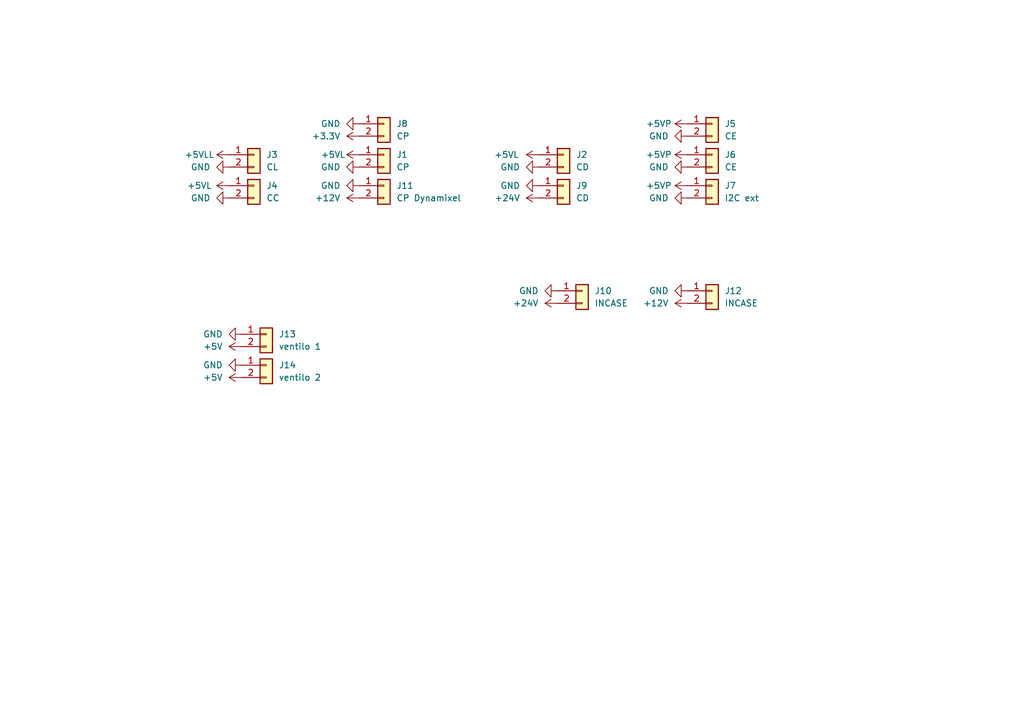
<source format=kicad_sch>
(kicad_sch (version 20250114) (generator "eeschema") (generator_version "9.0")
  (paper "A5")
  (lib_symbols
    (symbol "Connector_Generic:Conn_01x02" (pin_names (offset 1.016) (hide yes))
      (property "Reference" "J" (at 0 2.54 0))
      (property "Value" "Conn_01x02" (at 0 -5.08 0))
      (symbol "Conn_01x02_1_1"
        (rectangle (start -1.27 1.27) (end 1.27 -3.81) (stroke (width 0.254)) (fill (type background)))
        (rectangle (start -1.27 0.127) (end 0 -0.127) (stroke (width 0.1524)))
        (rectangle (start -1.27 -2.413) (end 0 -2.667) (stroke (width 0.1524)))
        (pin passive line (at -5.08 0 0) (length 3.81) (name "Pin_1") (number "1"))
        (pin passive line (at -5.08 -2.54 0) (length 3.81) (name "Pin_2") (number "2"))
      )
    )
    (symbol "power:+12V" (power) (pin_numbers (hide yes)) (pin_names (offset 0) (hide yes))
      (property "Value" "+12V" (at 0 3.556 0))
      (symbol "+12V_0_1"
        (polyline (pts (xy -0.762 1.27) (xy 0 2.54)))
        (polyline (pts (xy 0 2.54) (xy 0.762 1.27)))
        (polyline (pts (xy 0 0) (xy 0 2.54)))
      )
      (symbol "+12V_1_1"
        (pin power_in line (at 0 0 90) (length 0) (name "~") (number "1"))
      )
    )
    (symbol "power:+24V" (power) (pin_numbers (hide yes)) (pin_names (offset 0) (hide yes))
      (property "Value" "+24V" (at 0 3.556 0))
      (symbol "+24V_0_1"
        (polyline (pts (xy -0.762 1.27) (xy 0 2.54)))
        (polyline (pts (xy 0 2.54) (xy 0.762 1.27)))
        (polyline (pts (xy 0 0) (xy 0 2.54)))
      )
      (symbol "+24V_1_1"
        (pin power_in line (at 0 0 90) (length 0) (name "~") (number "1"))
      )
    )
    (symbol "power:+3.3V" (power) (pin_numbers (hide yes)) (pin_names (offset 0) (hide yes))
      (property "Value" "+3.3V" (at 0 3.556 0))
      (symbol "+3.3V_0_1"
        (polyline (pts (xy -0.762 1.27) (xy 0 2.54)))
        (polyline (pts (xy 0 2.54) (xy 0.762 1.27)))
        (polyline (pts (xy 0 0) (xy 0 2.54)))
      )
      (symbol "+3.3V_1_1"
        (pin power_in line (at 0 0 90) (length 0) (name "~") (number "1"))
      )
    )
    (symbol "power:+5V" (power) (pin_numbers (hide yes)) (pin_names (offset 0) (hide yes))
      (property "Value" "+5V" (at 0 3.556 0))
      (symbol "+5V_0_1"
        (polyline (pts (xy -0.762 1.27) (xy 0 2.54)))
        (polyline (pts (xy 0 2.54) (xy 0.762 1.27)))
        (polyline (pts (xy 0 0) (xy 0 2.54)))
      )
      (symbol "+5V_1_1"
        (pin power_in line (at 0 0 90) (length 0) (name "~") (number "1"))
      )
    )
    (symbol "power:GND" (power) (pin_numbers (hide yes)) (pin_names (offset 0) (hide yes))
      (property "Value" "GND" (at 0 -3.81 0))
      (symbol "GND_0_1"
        (polyline (pts (xy 0 0) (xy 0 -1.27) (xy 1.27 -1.27) (xy 0 -2.54) (xy -1.27 -1.27) (xy 0 -1.27)))
      )
      (symbol "GND_1_1"
        (pin power_in line (at 0 0 270) (length 0) (name "~") (number "1"))
      )
    )
  )
  (symbol (lib_id "power:+5V") (at 110.49 31.75 90) (unit 1)
    (property "Reference" "#PWR04" (effects (hide yes)))
    (property "Value" "+5VL" (at 103.886 31.75 90))
    (property "Description" "Power symbol creates a global label with name \"+5V\"" (effects (hide yes)))
  )
  (symbol (lib_id "Connector_Generic:Conn_01x02") (at 54.61 74.93 0) (unit 1)
    (property "Reference" "J14" (at 57.15 74.9299 0) (effects (justify left)))
    (property "Value" "ventilo 2" (at 57.15 77.4699 0) (effects (justify left)))
    (property "Footprint" "Connector_Molex:Molex_KK-254_AE-6410-02A_1x02_P2.54mm_Vertical" (effects (hide yes)))
    (property "Description" "Generic connector, single row, 01x02, script generated (kicad-library-utils/schlib/autogen/connector/)" (effects (hide yes)))
  )
  (symbol (lib_id "power:+5V") (at 140.97 31.75 90) (unit 1)
    (property "Reference" "#PWR049" (effects (hide yes)))
    (property "Value" "+5VP" (at 135.128 31.75 90))
    (property "Description" "Power symbol creates a global label with name \"+5V\"" (effects (hide yes)))
  )
  (symbol (lib_id "power:+5V") (at 49.53 77.47 90) (unit 1)
    (property "Reference" "#PWR028" (effects (hide yes)))
    (property "Value" "+5V" (at 45.72 77.4699 90) (effects (justify left)))
    (property "Description" "Power symbol creates a global label with name \"+5V\"" (effects (hide yes)))
  )
  (symbol (lib_id "Connector_Generic:Conn_01x02") (at 146.05 59.69 0) (unit 1)
    (property "Reference" "J12" (at 148.59 59.6899 0) (effects (justify left)))
    (property "Value" "INCASE" (at 148.59 62.2299 0) (effects (justify left)))
    (property "Footprint" "Connector_AMASS:AMASS_XT60-F_1x02_P7.20mm_Vertical" (effects (hide yes)))
    (property "Description" "Generic connector, single row, 01x02, script generated (kicad-library-utils/schlib/autogen/connector/)" (effects (hide yes)))
  )
  (symbol (lib_id "power:GND") (at 140.97 59.69 270) (unit 1)
    (property "Reference" "#PWR023" (effects (hide yes)))
    (property "Value" "GND" (at 137.16 59.6899 90) (effects (justify right)))
    (property "Description" "Power symbol creates a global label with name \"GND\" , ground" (effects (hide yes)))
  )
  (symbol (lib_id "power:GND") (at 110.49 34.29 270) (unit 1)
    (property "Reference" "#PWR05" (effects (hide yes)))
    (property "Value" "GND" (at 106.68 34.2899 90) (effects (justify right)))
    (property "Description" "Power symbol creates a global label with name \"GND\" , ground" (effects (hide yes)))
  )
  (symbol (lib_id "Connector_Generic:Conn_01x02") (at 78.74 31.75 0) (unit 1)
    (property "Reference" "J1" (at 81.28 31.7499 0) (effects (justify left)))
    (property "Value" "CP" (at 81.28 34.2899 0) (effects (justify left)))
    (property "Footprint" "Connector_Molex:Molex_KK-254_AE-6410-02A_1x02_P2.54mm_Vertical" (effects (hide yes)))
    (property "Description" "Generic connector, single row, 01x02, script generated (kicad-library-utils/schlib/autogen/connector/)" (effects (hide yes)))
  )
  (symbol (lib_id "Connector_Generic:Conn_01x02") (at 78.74 25.4 0) (unit 1)
    (property "Reference" "J8" (at 81.28 25.3999 0) (effects (justify left)))
    (property "Value" "CP" (at 81.28 27.9399 0) (effects (justify left)))
    (property "Footprint" "Connector_AMASS:AMASS_XT60-F_1x02_P7.20mm_Vertical" (effects (hide yes)))
    (property "Description" "Generic connector, single row, 01x02, script generated (kicad-library-utils/schlib/autogen/connector/)" (effects (hide yes)))
  )
  (symbol (lib_id "Connector_Generic:Conn_01x02") (at 115.57 31.75 0) (unit 1)
    (property "Reference" "J2" (at 118.11 31.7499 0) (effects (justify left)))
    (property "Value" "CD" (at 118.11 34.2899 0) (effects (justify left)))
    (property "Footprint" "Connector_Molex:Molex_KK-254_AE-6410-02A_1x02_P2.54mm_Vertical" (effects (hide yes)))
    (property "Description" "Generic connector, single row, 01x02, script generated (kicad-library-utils/schlib/autogen/connector/)" (effects (hide yes)))
  )
  (symbol (lib_id "power:GND") (at 46.99 34.29 270) (unit 1)
    (property "Reference" "#PWR016" (effects (hide yes)))
    (property "Value" "GND" (at 43.18 34.2899 90) (effects (justify right)))
    (property "Description" "Power symbol creates a global label with name \"GND\" , ground" (effects (hide yes)))
  )
  (symbol (lib_id "power:GND") (at 110.49 38.1 270) (unit 1)
    (property "Reference" "#PWR019" (effects (hide yes)))
    (property "Value" "GND" (at 106.68 38.0999 90) (effects (justify right)))
    (property "Description" "Power symbol creates a global label with name \"GND\" , ground" (effects (hide yes)))
  )
  (symbol (lib_id "power:GND") (at 140.97 27.94 270) (unit 1)
    (property "Reference" "#PWR09" (effects (hide yes)))
    (property "Value" "GND" (at 137.16 27.9399 90) (effects (justify right)))
    (property "Description" "Power symbol creates a global label with name \"GND\" , ground" (effects (hide yes)))
  )
  (symbol (lib_id "Connector_Generic:Conn_01x02") (at 146.05 38.1 0) (unit 1)
    (property "Reference" "J7" (at 148.59 38.0999 0) (effects (justify left)))
    (property "Value" "I2C ext" (at 148.59 40.6399 0) (effects (justify left)))
    (property "Footprint" "Connector_Molex:Molex_KK-254_AE-6410-02A_1x02_P2.54mm_Vertical" (effects (hide yes)))
    (property "Description" "Generic connector, single row, 01x02, script generated (kicad-library-utils/schlib/autogen/connector/)" (effects (hide yes)))
  )
  (symbol (lib_id "Connector_Generic:Conn_01x02") (at 115.57 38.1 0) (unit 1)
    (property "Reference" "J9" (at 118.11 38.0999 0) (effects (justify left)))
    (property "Value" "CD" (at 118.11 40.6399 0) (effects (justify left)))
    (property "Footprint" "Connector_AMASS:AMASS_XT60-F_1x02_P7.20mm_Vertical" (effects (hide yes)))
    (property "Description" "Generic connector, single row, 01x02, script generated (kicad-library-utils/schlib/autogen/connector/)" (effects (hide yes)))
  )
  (symbol (lib_id "power:+24V") (at 110.49 40.64 90) (unit 1)
    (property "Reference" "#PWR020" (effects (hide yes)))
    (property "Value" "+24V" (at 106.68 40.6399 90) (effects (justify left)))
    (property "Description" "Power symbol creates a global label with name \"+24V\"" (effects (hide yes)))
  )
  (symbol (lib_id "power:+5V") (at 46.99 38.1 90) (unit 1)
    (property "Reference" "#PWR06" (effects (hide yes)))
    (property "Value" "+5VL" (at 40.894 38.1 90))
    (property "Description" "Power symbol creates a global label with name \"+5V\"" (effects (hide yes)))
  )
  (symbol (lib_id "power:+12V") (at 140.97 62.23 90) (unit 1)
    (property "Reference" "#PWR024" (effects (hide yes)))
    (property "Value" "+12V" (at 137.16 62.2299 90) (effects (justify left)))
    (property "Description" "Power symbol creates a global label with name \"+12V\"" (effects (hide yes)))
  )
  (symbol (lib_id "power:GND") (at 46.99 40.64 270) (unit 1)
    (property "Reference" "#PWR07" (effects (hide yes)))
    (property "Value" "GND" (at 43.18 40.6399 90) (effects (justify right)))
    (property "Description" "Power symbol creates a global label with name \"GND\" , ground" (effects (hide yes)))
  )
  (symbol (lib_id "Connector_Generic:Conn_01x02") (at 78.74 38.1 0) (unit 1)
    (property "Reference" "J11" (at 81.28 38.0999 0) (effects (justify left)))
    (property "Value" "CP Dynamixel" (at 81.28 40.6399 0) (effects (justify left)))
    (property "Footprint" "Connector_AMASS:AMASS_XT60-F_1x02_P7.20mm_Vertical" (effects (hide yes)))
    (property "Description" "Generic connector, single row, 01x02, script generated (kicad-library-utils/schlib/autogen/connector/)" (effects (hide yes)))
  )
  (symbol (lib_id "Connector_Generic:Conn_01x02") (at 52.07 31.75 0) (unit 1)
    (property "Reference" "J3" (at 54.61 31.7499 0) (effects (justify left)))
    (property "Value" "CL" (at 54.61 34.2899 0) (effects (justify left)))
    (property "Footprint" "Connector_Molex:Molex_KK-254_AE-6410-02A_1x02_P2.54mm_Vertical" (effects (hide yes)))
    (property "Description" "Generic connector, single row, 01x02, script generated (kicad-library-utils/schlib/autogen/connector/)" (effects (hide yes)))
  )
  (symbol (lib_id "power:+24V") (at 114.3 62.23 90) (unit 1)
    (property "Reference" "#PWR018" (effects (hide yes)))
    (property "Value" "+24V" (at 110.49 62.2299 90) (effects (justify left)))
    (property "Description" "Power symbol creates a global label with name \"+24V\"" (effects (hide yes)))
  )
  (symbol (lib_id "Connector_Generic:Conn_01x02") (at 52.07 38.1 0) (unit 1)
    (property "Reference" "J4" (at 54.61 38.0999 0) (effects (justify left)))
    (property "Value" "CC" (at 54.61 40.6399 0) (effects (justify left)))
    (property "Footprint" "Connector_Molex:Molex_KK-254_AE-6410-02A_1x02_P2.54mm_Vertical" (effects (hide yes)))
    (property "Description" "Generic connector, single row, 01x02, script generated (kicad-library-utils/schlib/autogen/connector/)" (effects (hide yes)))
  )
  (symbol (lib_id "power:+5V") (at 140.97 38.1 90) (unit 1)
    (property "Reference" "#PWR010" (effects (hide yes)))
    (property "Value" "+5VP" (at 135.128 38.1 90))
    (property "Description" "Power symbol creates a global label with name \"+5V\"" (effects (hide yes)))
  )
  (symbol (lib_id "power:GND") (at 73.66 25.4 270) (unit 1)
    (property "Reference" "#PWR055" (effects (hide yes)))
    (property "Value" "GND" (at 69.85 25.3999 90) (effects (justify right)))
    (property "Description" "Power symbol creates a global label with name \"GND\" , ground" (effects (hide yes)))
  )
  (symbol (lib_id "Connector_Generic:Conn_01x02") (at 146.05 31.75 0) (unit 1)
    (property "Reference" "J6" (at 148.59 31.7499 0) (effects (justify left)))
    (property "Value" "CE" (at 148.59 34.2899 0) (effects (justify left)))
    (property "Footprint" "Connector_Molex:Molex_KK-254_AE-6410-02A_1x02_P2.54mm_Vertical" (effects (hide yes)))
    (property "Description" "Generic connector, single row, 01x02, script generated (kicad-library-utils/schlib/autogen/connector/)" (effects (hide yes)))
  )
  (symbol (lib_id "power:GND") (at 49.53 74.93 270) (unit 1)
    (property "Reference" "#PWR026" (effects (hide yes)))
    (property "Value" "GND" (at 45.72 74.9299 90) (effects (justify right)))
    (property "Description" "Power symbol creates a global label with name \"GND\" , ground" (effects (hide yes)))
  )
  (symbol (lib_id "Connector_Generic:Conn_01x02") (at 119.38 59.69 0) (unit 1)
    (property "Reference" "J10" (at 121.92 59.6899 0) (effects (justify left)))
    (property "Value" "INCASE" (at 121.92 62.2299 0) (effects (justify left)))
    (property "Footprint" "Connector_AMASS:AMASS_XT60-F_1x02_P7.20mm_Vertical" (effects (hide yes)))
    (property "Description" "Generic connector, single row, 01x02, script generated (kicad-library-utils/schlib/autogen/connector/)" (effects (hide yes)))
  )
  (symbol (lib_id "power:GND") (at 140.97 34.29 270) (unit 1)
    (property "Reference" "#PWR051" (effects (hide yes)))
    (property "Value" "GND" (at 137.16 34.2899 90) (effects (justify right)))
    (property "Description" "Power symbol creates a global label with name \"GND\" , ground" (effects (hide yes)))
  )
  (symbol (lib_id "power:GND") (at 73.66 38.1 270) (unit 1)
    (property "Reference" "#PWR021" (effects (hide yes)))
    (property "Value" "GND" (at 69.85 38.0999 90) (effects (justify right)))
    (property "Description" "Power symbol creates a global label with name \"GND\" , ground" (effects (hide yes)))
  )
  (symbol (lib_id "Connector_Generic:Conn_01x02") (at 54.61 68.58 0) (unit 1)
    (property "Reference" "J13" (at 57.15 68.5799 0) (effects (justify left)))
    (property "Value" "ventilo 1" (at 57.15 71.1199 0) (effects (justify left)))
    (property "Footprint" "Connector_Molex:Molex_KK-254_AE-6410-02A_1x02_P2.54mm_Vertical" (effects (hide yes)))
    (property "Description" "Generic connector, single row, 01x02, script generated (kicad-library-utils/schlib/autogen/connector/)" (effects (hide yes)))
  )
  (symbol (lib_id "power:+5V") (at 73.66 31.75 90) (unit 1)
    (property "Reference" "#PWR01" (effects (hide yes)))
    (property "Value" "+5VL" (at 68.326 31.75 90))
    (property "Description" "Power symbol creates a global label with name \"+5V\"" (effects (hide yes)))
  )
  (symbol (lib_id "power:+5V") (at 46.99 31.75 90) (unit 1)
    (property "Reference" "#PWR02" (effects (hide yes)))
    (property "Value" "+5VLL" (at 40.894 31.75 90))
    (property "Description" "Power symbol creates a global label with name \"+5V\"" (effects (hide yes)))
  )
  (symbol (lib_id "power:+3.3V") (at 73.66 27.94 90) (unit 1)
    (property "Reference" "#PWR056" (effects (hide yes)))
    (property "Value" "+3.3V" (at 69.85 27.9399 90) (effects (justify left)))
    (property "Description" "Power symbol creates a global label with name \"+3.3V\"" (effects (hide yes)))
  )
  (symbol (lib_id "power:GND") (at 49.53 68.58 270) (unit 1)
    (property "Reference" "#PWR025" (effects (hide yes)))
    (property "Value" "GND" (at 45.72 68.5799 90) (effects (justify right)))
    (property "Description" "Power symbol creates a global label with name \"GND\" , ground" (effects (hide yes)))
  )
  (symbol (lib_id "power:GND") (at 140.97 40.64 270) (unit 1)
    (property "Reference" "#PWR012" (effects (hide yes)))
    (property "Value" "GND" (at 137.16 40.6399 90) (effects (justify right)))
    (property "Description" "Power symbol creates a global label with name \"GND\" , ground" (effects (hide yes)))
  )
  (symbol (lib_id "power:GND") (at 114.3 59.69 270) (unit 1)
    (property "Reference" "#PWR017" (effects (hide yes)))
    (property "Value" "GND" (at 110.49 59.6899 90) (effects (justify right)))
    (property "Description" "Power symbol creates a global label with name \"GND\" , ground" (effects (hide yes)))
  )
  (symbol (lib_id "Connector_Generic:Conn_01x02") (at 146.05 25.4 0) (unit 1)
    (property "Reference" "J5" (at 148.59 25.3999 0) (effects (justify left)))
    (property "Value" "CE" (at 148.59 27.9399 0) (effects (justify left)))
    (property "Footprint" "Connector_Molex:Molex_KK-254_AE-6410-02A_1x02_P2.54mm_Vertical" (effects (hide yes)))
    (property "Description" "Generic connector, single row, 01x02, script generated (kicad-library-utils/schlib/autogen/connector/)" (effects (hide yes)))
  )
  (symbol (lib_id "power:+5V") (at 49.53 71.12 90) (unit 1)
    (property "Reference" "#PWR027" (effects (hide yes)))
    (property "Value" "+5V" (at 45.72 71.1199 90) (effects (justify left)))
    (property "Description" "Power symbol creates a global label with name \"+5V\"" (effects (hide yes)))
  )
  (symbol (lib_id "power:+12V") (at 73.66 40.64 90) (unit 1)
    (property "Reference" "#PWR022" (effects (hide yes)))
    (property "Value" "+12V" (at 69.85 40.6399 90) (effects (justify left)))
    (property "Description" "Power symbol creates a global label with name \"+12V\"" (effects (hide yes)))
  )
  (symbol (lib_id "power:GND") (at 73.66 34.29 270) (unit 1)
    (property "Reference" "#PWR03" (effects (hide yes)))
    (property "Value" "GND" (at 69.85 34.2899 90) (effects (justify right)))
    (property "Description" "Power symbol creates a global label with name \"GND\" , ground" (effects (hide yes)))
  )
  (symbol (lib_id "power:+5V") (at 140.97 25.4 90) (unit 1)
    (property "Reference" "#PWR08" (effects (hide yes)))
    (property "Value" "+5VP" (at 135.128 25.4 90))
    (property "Description" "Power symbol creates a global label with name \"+5V\"" (effects (hide yes)))
  )
)
</source>
